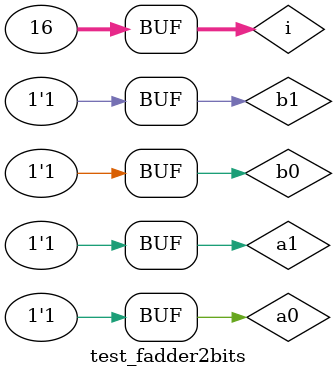
<source format=v>
`include "fadder.v"

module fadder2bits(input a0, a1, b0, b1, output cout, sum0, sum1);
    wire cin0, cout0;
    assign cin0 = 0;
    fadder f0 (.a(a0), .b(b0), .cin(cin0), .cout(cout0), .sum(sum0));
    fadder f1 (.a(a1), .b(b1), .cin(cout0), .cout(cout), .sum(sum1));

endmodule


module test_fadder2bits;
    reg a0, a1, b0, b1;
    wire cout, sum0, sum1;
    integer i;

    fadder2bits f2bits (.a0(a0), .a1(a1), .b0(b0), .b1(b1), .cout(cout), .sum0(sum0), .sum1(sum1));

    initial begin
        a0 <= 0;
        a1 <= 0;
        b0 <= 0;
        b1 <= 0;

        $monitor("numero 1: %0b%0b\nnumero 2: %0b%0b\nResultado: %0b%0b%0b\n", a1, a0, b1, b0, cout, sum1, sum0);

        
        for (i = 0;i < 16;i = i + 1) begin
            {a0, a1, b0, b1} = i;
            #10;
        end

    end
endmodule
</source>
